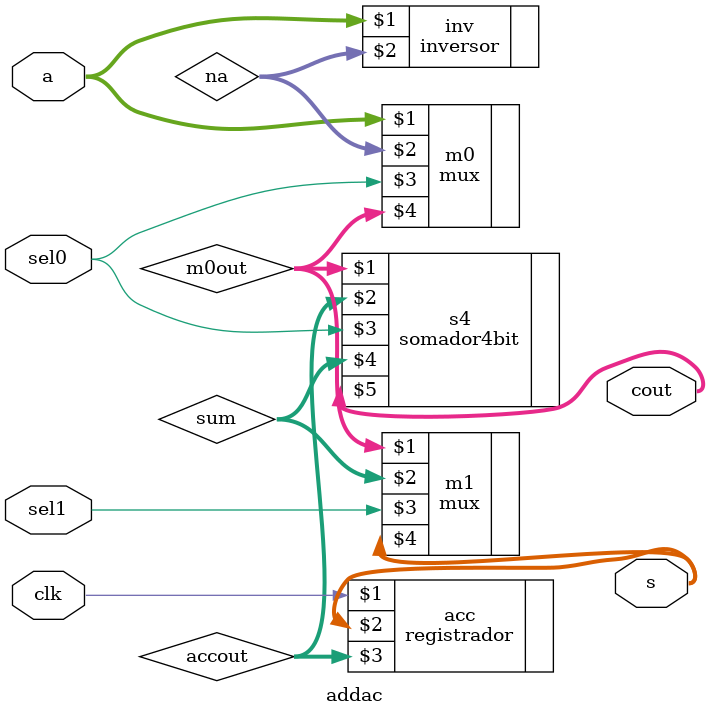
<source format=sv>
module addac(input logic [3:0] a, input logic sel0, sel1, clk, output logic [3:0] s, cout);

logic [3:0] na,m0out,accout,sum;

inversor inv(a, na);
mux m0(a,na,sel0,m0out);
somador4bit s4(m0out,accout,sel0,sum,cout);
mux m1(m0out,sum,sel1,s);
registrador acc(clk,s,accout);

endmodule
</source>
